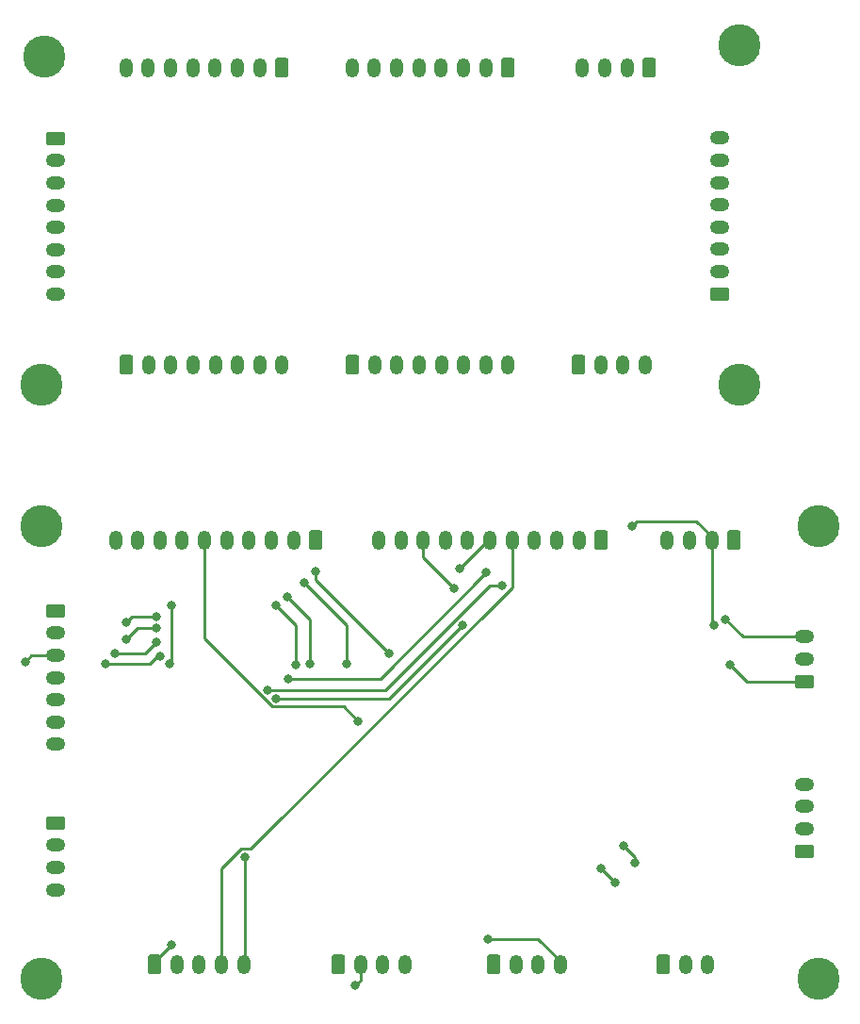
<source format=gbr>
G04 #@! TF.GenerationSoftware,KiCad,Pcbnew,(5.1.2-1)-1*
G04 #@! TF.CreationDate,2019-08-26T08:27:29+10:00*
G04 #@! TF.ProjectId,Bus,4275732e-6b69-4636-9164-5f7063625858,rev?*
G04 #@! TF.SameCoordinates,Original*
G04 #@! TF.FileFunction,Copper,L2,Bot*
G04 #@! TF.FilePolarity,Positive*
%FSLAX46Y46*%
G04 Gerber Fmt 4.6, Leading zero omitted, Abs format (unit mm)*
G04 Created by KiCad (PCBNEW (5.1.2-1)-1) date 2019-08-26 08:27:29*
%MOMM*%
%LPD*%
G04 APERTURE LIST*
%ADD10O,1.200000X1.750000*%
%ADD11C,0.100000*%
%ADD12C,1.200000*%
%ADD13C,3.790000*%
%ADD14O,1.750000X1.200000*%
%ADD15C,0.800000*%
%ADD16C,0.250000*%
G04 APERTURE END LIST*
D10*
X131130000Y-92202000D03*
X133130000Y-92202000D03*
X135130000Y-92202000D03*
X137130000Y-92202000D03*
X139130000Y-92202000D03*
X141130000Y-92202000D03*
X143130000Y-92202000D03*
X145130000Y-92202000D03*
X147130000Y-92202000D03*
X149130000Y-92202000D03*
D11*
G36*
X151504505Y-91328204D02*
G01*
X151528773Y-91331804D01*
X151552572Y-91337765D01*
X151575671Y-91346030D01*
X151597850Y-91356520D01*
X151618893Y-91369132D01*
X151638599Y-91383747D01*
X151656777Y-91400223D01*
X151673253Y-91418401D01*
X151687868Y-91438107D01*
X151700480Y-91459150D01*
X151710970Y-91481329D01*
X151719235Y-91504428D01*
X151725196Y-91528227D01*
X151728796Y-91552495D01*
X151730000Y-91576999D01*
X151730000Y-92827001D01*
X151728796Y-92851505D01*
X151725196Y-92875773D01*
X151719235Y-92899572D01*
X151710970Y-92922671D01*
X151700480Y-92944850D01*
X151687868Y-92965893D01*
X151673253Y-92985599D01*
X151656777Y-93003777D01*
X151638599Y-93020253D01*
X151618893Y-93034868D01*
X151597850Y-93047480D01*
X151575671Y-93057970D01*
X151552572Y-93066235D01*
X151528773Y-93072196D01*
X151504505Y-93075796D01*
X151480001Y-93077000D01*
X150779999Y-93077000D01*
X150755495Y-93075796D01*
X150731227Y-93072196D01*
X150707428Y-93066235D01*
X150684329Y-93057970D01*
X150662150Y-93047480D01*
X150641107Y-93034868D01*
X150621401Y-93020253D01*
X150603223Y-93003777D01*
X150586747Y-92985599D01*
X150572132Y-92965893D01*
X150559520Y-92944850D01*
X150549030Y-92922671D01*
X150540765Y-92899572D01*
X150534804Y-92875773D01*
X150531204Y-92851505D01*
X150530000Y-92827001D01*
X150530000Y-91576999D01*
X150531204Y-91552495D01*
X150534804Y-91528227D01*
X150540765Y-91504428D01*
X150549030Y-91481329D01*
X150559520Y-91459150D01*
X150572132Y-91438107D01*
X150586747Y-91418401D01*
X150603223Y-91400223D01*
X150621401Y-91383747D01*
X150641107Y-91369132D01*
X150662150Y-91356520D01*
X150684329Y-91346030D01*
X150707428Y-91337765D01*
X150731227Y-91331804D01*
X150755495Y-91328204D01*
X150779999Y-91327000D01*
X151480001Y-91327000D01*
X151504505Y-91328204D01*
X151504505Y-91328204D01*
G37*
D12*
X151130000Y-92202000D03*
D13*
X100838000Y-78232000D03*
X163576000Y-78232000D03*
X170688000Y-131572000D03*
X100838000Y-131572000D03*
X170688000Y-90932000D03*
X100838000Y-90932000D03*
X101092000Y-48768000D03*
X163576000Y-47752000D03*
D10*
X122458000Y-76454000D03*
X120458000Y-76454000D03*
X118458000Y-76454000D03*
X116458000Y-76454000D03*
X114458000Y-76454000D03*
X112458000Y-76454000D03*
X110458000Y-76454000D03*
D11*
G36*
X108832505Y-75580204D02*
G01*
X108856773Y-75583804D01*
X108880572Y-75589765D01*
X108903671Y-75598030D01*
X108925850Y-75608520D01*
X108946893Y-75621132D01*
X108966599Y-75635747D01*
X108984777Y-75652223D01*
X109001253Y-75670401D01*
X109015868Y-75690107D01*
X109028480Y-75711150D01*
X109038970Y-75733329D01*
X109047235Y-75756428D01*
X109053196Y-75780227D01*
X109056796Y-75804495D01*
X109058000Y-75828999D01*
X109058000Y-77079001D01*
X109056796Y-77103505D01*
X109053196Y-77127773D01*
X109047235Y-77151572D01*
X109038970Y-77174671D01*
X109028480Y-77196850D01*
X109015868Y-77217893D01*
X109001253Y-77237599D01*
X108984777Y-77255777D01*
X108966599Y-77272253D01*
X108946893Y-77286868D01*
X108925850Y-77299480D01*
X108903671Y-77309970D01*
X108880572Y-77318235D01*
X108856773Y-77324196D01*
X108832505Y-77327796D01*
X108808001Y-77329000D01*
X108107999Y-77329000D01*
X108083495Y-77327796D01*
X108059227Y-77324196D01*
X108035428Y-77318235D01*
X108012329Y-77309970D01*
X107990150Y-77299480D01*
X107969107Y-77286868D01*
X107949401Y-77272253D01*
X107931223Y-77255777D01*
X107914747Y-77237599D01*
X107900132Y-77217893D01*
X107887520Y-77196850D01*
X107877030Y-77174671D01*
X107868765Y-77151572D01*
X107862804Y-77127773D01*
X107859204Y-77103505D01*
X107858000Y-77079001D01*
X107858000Y-75828999D01*
X107859204Y-75804495D01*
X107862804Y-75780227D01*
X107868765Y-75756428D01*
X107877030Y-75733329D01*
X107887520Y-75711150D01*
X107900132Y-75690107D01*
X107914747Y-75670401D01*
X107931223Y-75652223D01*
X107949401Y-75635747D01*
X107969107Y-75621132D01*
X107990150Y-75608520D01*
X108012329Y-75598030D01*
X108035428Y-75589765D01*
X108059227Y-75583804D01*
X108083495Y-75580204D01*
X108107999Y-75579000D01*
X108808001Y-75579000D01*
X108832505Y-75580204D01*
X108832505Y-75580204D01*
G37*
D12*
X108458000Y-76454000D03*
D14*
X102108000Y-110552000D03*
X102108000Y-108552000D03*
X102108000Y-106552000D03*
X102108000Y-104552000D03*
X102108000Y-102552000D03*
X102108000Y-100552000D03*
D11*
G36*
X102757505Y-97953204D02*
G01*
X102781773Y-97956804D01*
X102805572Y-97962765D01*
X102828671Y-97971030D01*
X102850850Y-97981520D01*
X102871893Y-97994132D01*
X102891599Y-98008747D01*
X102909777Y-98025223D01*
X102926253Y-98043401D01*
X102940868Y-98063107D01*
X102953480Y-98084150D01*
X102963970Y-98106329D01*
X102972235Y-98129428D01*
X102978196Y-98153227D01*
X102981796Y-98177495D01*
X102983000Y-98201999D01*
X102983000Y-98902001D01*
X102981796Y-98926505D01*
X102978196Y-98950773D01*
X102972235Y-98974572D01*
X102963970Y-98997671D01*
X102953480Y-99019850D01*
X102940868Y-99040893D01*
X102926253Y-99060599D01*
X102909777Y-99078777D01*
X102891599Y-99095253D01*
X102871893Y-99109868D01*
X102850850Y-99122480D01*
X102828671Y-99132970D01*
X102805572Y-99141235D01*
X102781773Y-99147196D01*
X102757505Y-99150796D01*
X102733001Y-99152000D01*
X101482999Y-99152000D01*
X101458495Y-99150796D01*
X101434227Y-99147196D01*
X101410428Y-99141235D01*
X101387329Y-99132970D01*
X101365150Y-99122480D01*
X101344107Y-99109868D01*
X101324401Y-99095253D01*
X101306223Y-99078777D01*
X101289747Y-99060599D01*
X101275132Y-99040893D01*
X101262520Y-99019850D01*
X101252030Y-98997671D01*
X101243765Y-98974572D01*
X101237804Y-98950773D01*
X101234204Y-98926505D01*
X101233000Y-98902001D01*
X101233000Y-98201999D01*
X101234204Y-98177495D01*
X101237804Y-98153227D01*
X101243765Y-98129428D01*
X101252030Y-98106329D01*
X101262520Y-98084150D01*
X101275132Y-98063107D01*
X101289747Y-98043401D01*
X101306223Y-98025223D01*
X101324401Y-98008747D01*
X101344107Y-97994132D01*
X101365150Y-97981520D01*
X101387329Y-97971030D01*
X101410428Y-97962765D01*
X101434227Y-97956804D01*
X101458495Y-97953204D01*
X101482999Y-97952000D01*
X102733001Y-97952000D01*
X102757505Y-97953204D01*
X102757505Y-97953204D01*
G37*
D12*
X102108000Y-98552000D03*
D10*
X107476000Y-92202000D03*
X109476000Y-92202000D03*
X111476000Y-92202000D03*
X113476000Y-92202000D03*
X115476000Y-92202000D03*
X117476000Y-92202000D03*
X119476000Y-92202000D03*
X121476000Y-92202000D03*
X123476000Y-92202000D03*
D11*
G36*
X125850505Y-91328204D02*
G01*
X125874773Y-91331804D01*
X125898572Y-91337765D01*
X125921671Y-91346030D01*
X125943850Y-91356520D01*
X125964893Y-91369132D01*
X125984599Y-91383747D01*
X126002777Y-91400223D01*
X126019253Y-91418401D01*
X126033868Y-91438107D01*
X126046480Y-91459150D01*
X126056970Y-91481329D01*
X126065235Y-91504428D01*
X126071196Y-91528227D01*
X126074796Y-91552495D01*
X126076000Y-91576999D01*
X126076000Y-92827001D01*
X126074796Y-92851505D01*
X126071196Y-92875773D01*
X126065235Y-92899572D01*
X126056970Y-92922671D01*
X126046480Y-92944850D01*
X126033868Y-92965893D01*
X126019253Y-92985599D01*
X126002777Y-93003777D01*
X125984599Y-93020253D01*
X125964893Y-93034868D01*
X125943850Y-93047480D01*
X125921671Y-93057970D01*
X125898572Y-93066235D01*
X125874773Y-93072196D01*
X125850505Y-93075796D01*
X125826001Y-93077000D01*
X125125999Y-93077000D01*
X125101495Y-93075796D01*
X125077227Y-93072196D01*
X125053428Y-93066235D01*
X125030329Y-93057970D01*
X125008150Y-93047480D01*
X124987107Y-93034868D01*
X124967401Y-93020253D01*
X124949223Y-93003777D01*
X124932747Y-92985599D01*
X124918132Y-92965893D01*
X124905520Y-92944850D01*
X124895030Y-92922671D01*
X124886765Y-92899572D01*
X124880804Y-92875773D01*
X124877204Y-92851505D01*
X124876000Y-92827001D01*
X124876000Y-91576999D01*
X124877204Y-91552495D01*
X124880804Y-91528227D01*
X124886765Y-91504428D01*
X124895030Y-91481329D01*
X124905520Y-91459150D01*
X124918132Y-91438107D01*
X124932747Y-91418401D01*
X124949223Y-91400223D01*
X124967401Y-91383747D01*
X124987107Y-91369132D01*
X125008150Y-91356520D01*
X125030329Y-91346030D01*
X125053428Y-91337765D01*
X125077227Y-91331804D01*
X125101495Y-91328204D01*
X125125999Y-91327000D01*
X125826001Y-91327000D01*
X125850505Y-91328204D01*
X125850505Y-91328204D01*
G37*
D12*
X125476000Y-92202000D03*
D11*
G36*
X157092505Y-129428204D02*
G01*
X157116773Y-129431804D01*
X157140572Y-129437765D01*
X157163671Y-129446030D01*
X157185850Y-129456520D01*
X157206893Y-129469132D01*
X157226599Y-129483747D01*
X157244777Y-129500223D01*
X157261253Y-129518401D01*
X157275868Y-129538107D01*
X157288480Y-129559150D01*
X157298970Y-129581329D01*
X157307235Y-129604428D01*
X157313196Y-129628227D01*
X157316796Y-129652495D01*
X157318000Y-129676999D01*
X157318000Y-130927001D01*
X157316796Y-130951505D01*
X157313196Y-130975773D01*
X157307235Y-130999572D01*
X157298970Y-131022671D01*
X157288480Y-131044850D01*
X157275868Y-131065893D01*
X157261253Y-131085599D01*
X157244777Y-131103777D01*
X157226599Y-131120253D01*
X157206893Y-131134868D01*
X157185850Y-131147480D01*
X157163671Y-131157970D01*
X157140572Y-131166235D01*
X157116773Y-131172196D01*
X157092505Y-131175796D01*
X157068001Y-131177000D01*
X156367999Y-131177000D01*
X156343495Y-131175796D01*
X156319227Y-131172196D01*
X156295428Y-131166235D01*
X156272329Y-131157970D01*
X156250150Y-131147480D01*
X156229107Y-131134868D01*
X156209401Y-131120253D01*
X156191223Y-131103777D01*
X156174747Y-131085599D01*
X156160132Y-131065893D01*
X156147520Y-131044850D01*
X156137030Y-131022671D01*
X156128765Y-130999572D01*
X156122804Y-130975773D01*
X156119204Y-130951505D01*
X156118000Y-130927001D01*
X156118000Y-129676999D01*
X156119204Y-129652495D01*
X156122804Y-129628227D01*
X156128765Y-129604428D01*
X156137030Y-129581329D01*
X156147520Y-129559150D01*
X156160132Y-129538107D01*
X156174747Y-129518401D01*
X156191223Y-129500223D01*
X156209401Y-129483747D01*
X156229107Y-129469132D01*
X156250150Y-129456520D01*
X156272329Y-129446030D01*
X156295428Y-129437765D01*
X156319227Y-129431804D01*
X156343495Y-129428204D01*
X156367999Y-129427000D01*
X157068001Y-129427000D01*
X157092505Y-129428204D01*
X157092505Y-129428204D01*
G37*
D12*
X156718000Y-130302000D03*
D10*
X158718000Y-130302000D03*
X160718000Y-130302000D03*
D11*
G36*
X129152505Y-75580204D02*
G01*
X129176773Y-75583804D01*
X129200572Y-75589765D01*
X129223671Y-75598030D01*
X129245850Y-75608520D01*
X129266893Y-75621132D01*
X129286599Y-75635747D01*
X129304777Y-75652223D01*
X129321253Y-75670401D01*
X129335868Y-75690107D01*
X129348480Y-75711150D01*
X129358970Y-75733329D01*
X129367235Y-75756428D01*
X129373196Y-75780227D01*
X129376796Y-75804495D01*
X129378000Y-75828999D01*
X129378000Y-77079001D01*
X129376796Y-77103505D01*
X129373196Y-77127773D01*
X129367235Y-77151572D01*
X129358970Y-77174671D01*
X129348480Y-77196850D01*
X129335868Y-77217893D01*
X129321253Y-77237599D01*
X129304777Y-77255777D01*
X129286599Y-77272253D01*
X129266893Y-77286868D01*
X129245850Y-77299480D01*
X129223671Y-77309970D01*
X129200572Y-77318235D01*
X129176773Y-77324196D01*
X129152505Y-77327796D01*
X129128001Y-77329000D01*
X128427999Y-77329000D01*
X128403495Y-77327796D01*
X128379227Y-77324196D01*
X128355428Y-77318235D01*
X128332329Y-77309970D01*
X128310150Y-77299480D01*
X128289107Y-77286868D01*
X128269401Y-77272253D01*
X128251223Y-77255777D01*
X128234747Y-77237599D01*
X128220132Y-77217893D01*
X128207520Y-77196850D01*
X128197030Y-77174671D01*
X128188765Y-77151572D01*
X128182804Y-77127773D01*
X128179204Y-77103505D01*
X128178000Y-77079001D01*
X128178000Y-75828999D01*
X128179204Y-75804495D01*
X128182804Y-75780227D01*
X128188765Y-75756428D01*
X128197030Y-75733329D01*
X128207520Y-75711150D01*
X128220132Y-75690107D01*
X128234747Y-75670401D01*
X128251223Y-75652223D01*
X128269401Y-75635747D01*
X128289107Y-75621132D01*
X128310150Y-75608520D01*
X128332329Y-75598030D01*
X128355428Y-75589765D01*
X128379227Y-75583804D01*
X128403495Y-75580204D01*
X128427999Y-75579000D01*
X129128001Y-75579000D01*
X129152505Y-75580204D01*
X129152505Y-75580204D01*
G37*
D12*
X128778000Y-76454000D03*
D10*
X130778000Y-76454000D03*
X132778000Y-76454000D03*
X134778000Y-76454000D03*
X136778000Y-76454000D03*
X138778000Y-76454000D03*
X140778000Y-76454000D03*
X142778000Y-76454000D03*
D14*
X169418000Y-100902000D03*
X169418000Y-102902000D03*
D11*
G36*
X170067505Y-104303204D02*
G01*
X170091773Y-104306804D01*
X170115572Y-104312765D01*
X170138671Y-104321030D01*
X170160850Y-104331520D01*
X170181893Y-104344132D01*
X170201599Y-104358747D01*
X170219777Y-104375223D01*
X170236253Y-104393401D01*
X170250868Y-104413107D01*
X170263480Y-104434150D01*
X170273970Y-104456329D01*
X170282235Y-104479428D01*
X170288196Y-104503227D01*
X170291796Y-104527495D01*
X170293000Y-104551999D01*
X170293000Y-105252001D01*
X170291796Y-105276505D01*
X170288196Y-105300773D01*
X170282235Y-105324572D01*
X170273970Y-105347671D01*
X170263480Y-105369850D01*
X170250868Y-105390893D01*
X170236253Y-105410599D01*
X170219777Y-105428777D01*
X170201599Y-105445253D01*
X170181893Y-105459868D01*
X170160850Y-105472480D01*
X170138671Y-105482970D01*
X170115572Y-105491235D01*
X170091773Y-105497196D01*
X170067505Y-105500796D01*
X170043001Y-105502000D01*
X168792999Y-105502000D01*
X168768495Y-105500796D01*
X168744227Y-105497196D01*
X168720428Y-105491235D01*
X168697329Y-105482970D01*
X168675150Y-105472480D01*
X168654107Y-105459868D01*
X168634401Y-105445253D01*
X168616223Y-105428777D01*
X168599747Y-105410599D01*
X168585132Y-105390893D01*
X168572520Y-105369850D01*
X168562030Y-105347671D01*
X168553765Y-105324572D01*
X168547804Y-105300773D01*
X168544204Y-105276505D01*
X168543000Y-105252001D01*
X168543000Y-104551999D01*
X168544204Y-104527495D01*
X168547804Y-104503227D01*
X168553765Y-104479428D01*
X168562030Y-104456329D01*
X168572520Y-104434150D01*
X168585132Y-104413107D01*
X168599747Y-104393401D01*
X168616223Y-104375223D01*
X168634401Y-104358747D01*
X168654107Y-104344132D01*
X168675150Y-104331520D01*
X168697329Y-104321030D01*
X168720428Y-104312765D01*
X168744227Y-104306804D01*
X168768495Y-104303204D01*
X168792999Y-104302000D01*
X170043001Y-104302000D01*
X170067505Y-104303204D01*
X170067505Y-104303204D01*
G37*
D12*
X169418000Y-104902000D03*
D14*
X161798000Y-56104000D03*
X161798000Y-58104000D03*
X161798000Y-60104000D03*
X161798000Y-62104000D03*
X161798000Y-64104000D03*
X161798000Y-66104000D03*
X161798000Y-68104000D03*
D11*
G36*
X162447505Y-69505204D02*
G01*
X162471773Y-69508804D01*
X162495572Y-69514765D01*
X162518671Y-69523030D01*
X162540850Y-69533520D01*
X162561893Y-69546132D01*
X162581599Y-69560747D01*
X162599777Y-69577223D01*
X162616253Y-69595401D01*
X162630868Y-69615107D01*
X162643480Y-69636150D01*
X162653970Y-69658329D01*
X162662235Y-69681428D01*
X162668196Y-69705227D01*
X162671796Y-69729495D01*
X162673000Y-69753999D01*
X162673000Y-70454001D01*
X162671796Y-70478505D01*
X162668196Y-70502773D01*
X162662235Y-70526572D01*
X162653970Y-70549671D01*
X162643480Y-70571850D01*
X162630868Y-70592893D01*
X162616253Y-70612599D01*
X162599777Y-70630777D01*
X162581599Y-70647253D01*
X162561893Y-70661868D01*
X162540850Y-70674480D01*
X162518671Y-70684970D01*
X162495572Y-70693235D01*
X162471773Y-70699196D01*
X162447505Y-70702796D01*
X162423001Y-70704000D01*
X161172999Y-70704000D01*
X161148495Y-70702796D01*
X161124227Y-70699196D01*
X161100428Y-70693235D01*
X161077329Y-70684970D01*
X161055150Y-70674480D01*
X161034107Y-70661868D01*
X161014401Y-70647253D01*
X160996223Y-70630777D01*
X160979747Y-70612599D01*
X160965132Y-70592893D01*
X160952520Y-70571850D01*
X160942030Y-70549671D01*
X160933765Y-70526572D01*
X160927804Y-70502773D01*
X160924204Y-70478505D01*
X160923000Y-70454001D01*
X160923000Y-69753999D01*
X160924204Y-69729495D01*
X160927804Y-69705227D01*
X160933765Y-69681428D01*
X160942030Y-69658329D01*
X160952520Y-69636150D01*
X160965132Y-69615107D01*
X160979747Y-69595401D01*
X160996223Y-69577223D01*
X161014401Y-69560747D01*
X161034107Y-69546132D01*
X161055150Y-69533520D01*
X161077329Y-69523030D01*
X161100428Y-69514765D01*
X161124227Y-69508804D01*
X161148495Y-69505204D01*
X161172999Y-69504000D01*
X162423001Y-69504000D01*
X162447505Y-69505204D01*
X162447505Y-69505204D01*
G37*
D12*
X161798000Y-70104000D03*
D11*
G36*
X141852505Y-129428204D02*
G01*
X141876773Y-129431804D01*
X141900572Y-129437765D01*
X141923671Y-129446030D01*
X141945850Y-129456520D01*
X141966893Y-129469132D01*
X141986599Y-129483747D01*
X142004777Y-129500223D01*
X142021253Y-129518401D01*
X142035868Y-129538107D01*
X142048480Y-129559150D01*
X142058970Y-129581329D01*
X142067235Y-129604428D01*
X142073196Y-129628227D01*
X142076796Y-129652495D01*
X142078000Y-129676999D01*
X142078000Y-130927001D01*
X142076796Y-130951505D01*
X142073196Y-130975773D01*
X142067235Y-130999572D01*
X142058970Y-131022671D01*
X142048480Y-131044850D01*
X142035868Y-131065893D01*
X142021253Y-131085599D01*
X142004777Y-131103777D01*
X141986599Y-131120253D01*
X141966893Y-131134868D01*
X141945850Y-131147480D01*
X141923671Y-131157970D01*
X141900572Y-131166235D01*
X141876773Y-131172196D01*
X141852505Y-131175796D01*
X141828001Y-131177000D01*
X141127999Y-131177000D01*
X141103495Y-131175796D01*
X141079227Y-131172196D01*
X141055428Y-131166235D01*
X141032329Y-131157970D01*
X141010150Y-131147480D01*
X140989107Y-131134868D01*
X140969401Y-131120253D01*
X140951223Y-131103777D01*
X140934747Y-131085599D01*
X140920132Y-131065893D01*
X140907520Y-131044850D01*
X140897030Y-131022671D01*
X140888765Y-130999572D01*
X140882804Y-130975773D01*
X140879204Y-130951505D01*
X140878000Y-130927001D01*
X140878000Y-129676999D01*
X140879204Y-129652495D01*
X140882804Y-129628227D01*
X140888765Y-129604428D01*
X140897030Y-129581329D01*
X140907520Y-129559150D01*
X140920132Y-129538107D01*
X140934747Y-129518401D01*
X140951223Y-129500223D01*
X140969401Y-129483747D01*
X140989107Y-129469132D01*
X141010150Y-129456520D01*
X141032329Y-129446030D01*
X141055428Y-129437765D01*
X141079227Y-129431804D01*
X141103495Y-129428204D01*
X141127999Y-129427000D01*
X141828001Y-129427000D01*
X141852505Y-129428204D01*
X141852505Y-129428204D01*
G37*
D12*
X141478000Y-130302000D03*
D10*
X143478000Y-130302000D03*
X145478000Y-130302000D03*
X147478000Y-130302000D03*
D14*
X102108000Y-70134000D03*
X102108000Y-68134000D03*
X102108000Y-66134000D03*
X102108000Y-64134000D03*
X102108000Y-62134000D03*
X102108000Y-60134000D03*
X102108000Y-58134000D03*
D11*
G36*
X102757505Y-55535204D02*
G01*
X102781773Y-55538804D01*
X102805572Y-55544765D01*
X102828671Y-55553030D01*
X102850850Y-55563520D01*
X102871893Y-55576132D01*
X102891599Y-55590747D01*
X102909777Y-55607223D01*
X102926253Y-55625401D01*
X102940868Y-55645107D01*
X102953480Y-55666150D01*
X102963970Y-55688329D01*
X102972235Y-55711428D01*
X102978196Y-55735227D01*
X102981796Y-55759495D01*
X102983000Y-55783999D01*
X102983000Y-56484001D01*
X102981796Y-56508505D01*
X102978196Y-56532773D01*
X102972235Y-56556572D01*
X102963970Y-56579671D01*
X102953480Y-56601850D01*
X102940868Y-56622893D01*
X102926253Y-56642599D01*
X102909777Y-56660777D01*
X102891599Y-56677253D01*
X102871893Y-56691868D01*
X102850850Y-56704480D01*
X102828671Y-56714970D01*
X102805572Y-56723235D01*
X102781773Y-56729196D01*
X102757505Y-56732796D01*
X102733001Y-56734000D01*
X101482999Y-56734000D01*
X101458495Y-56732796D01*
X101434227Y-56729196D01*
X101410428Y-56723235D01*
X101387329Y-56714970D01*
X101365150Y-56704480D01*
X101344107Y-56691868D01*
X101324401Y-56677253D01*
X101306223Y-56660777D01*
X101289747Y-56642599D01*
X101275132Y-56622893D01*
X101262520Y-56601850D01*
X101252030Y-56579671D01*
X101243765Y-56556572D01*
X101237804Y-56532773D01*
X101234204Y-56508505D01*
X101233000Y-56484001D01*
X101233000Y-55783999D01*
X101234204Y-55759495D01*
X101237804Y-55735227D01*
X101243765Y-55711428D01*
X101252030Y-55688329D01*
X101262520Y-55666150D01*
X101275132Y-55645107D01*
X101289747Y-55625401D01*
X101306223Y-55607223D01*
X101324401Y-55590747D01*
X101344107Y-55576132D01*
X101365150Y-55563520D01*
X101387329Y-55553030D01*
X101410428Y-55544765D01*
X101434227Y-55538804D01*
X101458495Y-55535204D01*
X101482999Y-55534000D01*
X102733001Y-55534000D01*
X102757505Y-55535204D01*
X102757505Y-55535204D01*
G37*
D12*
X102108000Y-56134000D03*
D11*
G36*
X163442505Y-91328204D02*
G01*
X163466773Y-91331804D01*
X163490572Y-91337765D01*
X163513671Y-91346030D01*
X163535850Y-91356520D01*
X163556893Y-91369132D01*
X163576599Y-91383747D01*
X163594777Y-91400223D01*
X163611253Y-91418401D01*
X163625868Y-91438107D01*
X163638480Y-91459150D01*
X163648970Y-91481329D01*
X163657235Y-91504428D01*
X163663196Y-91528227D01*
X163666796Y-91552495D01*
X163668000Y-91576999D01*
X163668000Y-92827001D01*
X163666796Y-92851505D01*
X163663196Y-92875773D01*
X163657235Y-92899572D01*
X163648970Y-92922671D01*
X163638480Y-92944850D01*
X163625868Y-92965893D01*
X163611253Y-92985599D01*
X163594777Y-93003777D01*
X163576599Y-93020253D01*
X163556893Y-93034868D01*
X163535850Y-93047480D01*
X163513671Y-93057970D01*
X163490572Y-93066235D01*
X163466773Y-93072196D01*
X163442505Y-93075796D01*
X163418001Y-93077000D01*
X162717999Y-93077000D01*
X162693495Y-93075796D01*
X162669227Y-93072196D01*
X162645428Y-93066235D01*
X162622329Y-93057970D01*
X162600150Y-93047480D01*
X162579107Y-93034868D01*
X162559401Y-93020253D01*
X162541223Y-93003777D01*
X162524747Y-92985599D01*
X162510132Y-92965893D01*
X162497520Y-92944850D01*
X162487030Y-92922671D01*
X162478765Y-92899572D01*
X162472804Y-92875773D01*
X162469204Y-92851505D01*
X162468000Y-92827001D01*
X162468000Y-91576999D01*
X162469204Y-91552495D01*
X162472804Y-91528227D01*
X162478765Y-91504428D01*
X162487030Y-91481329D01*
X162497520Y-91459150D01*
X162510132Y-91438107D01*
X162524747Y-91418401D01*
X162541223Y-91400223D01*
X162559401Y-91383747D01*
X162579107Y-91369132D01*
X162600150Y-91356520D01*
X162622329Y-91346030D01*
X162645428Y-91337765D01*
X162669227Y-91331804D01*
X162693495Y-91328204D01*
X162717999Y-91327000D01*
X163418001Y-91327000D01*
X163442505Y-91328204D01*
X163442505Y-91328204D01*
G37*
D12*
X163068000Y-92202000D03*
D10*
X161068000Y-92202000D03*
X159068000Y-92202000D03*
X157068000Y-92202000D03*
D14*
X102108000Y-123602000D03*
X102108000Y-121602000D03*
X102108000Y-119602000D03*
D11*
G36*
X102757505Y-117003204D02*
G01*
X102781773Y-117006804D01*
X102805572Y-117012765D01*
X102828671Y-117021030D01*
X102850850Y-117031520D01*
X102871893Y-117044132D01*
X102891599Y-117058747D01*
X102909777Y-117075223D01*
X102926253Y-117093401D01*
X102940868Y-117113107D01*
X102953480Y-117134150D01*
X102963970Y-117156329D01*
X102972235Y-117179428D01*
X102978196Y-117203227D01*
X102981796Y-117227495D01*
X102983000Y-117251999D01*
X102983000Y-117952001D01*
X102981796Y-117976505D01*
X102978196Y-118000773D01*
X102972235Y-118024572D01*
X102963970Y-118047671D01*
X102953480Y-118069850D01*
X102940868Y-118090893D01*
X102926253Y-118110599D01*
X102909777Y-118128777D01*
X102891599Y-118145253D01*
X102871893Y-118159868D01*
X102850850Y-118172480D01*
X102828671Y-118182970D01*
X102805572Y-118191235D01*
X102781773Y-118197196D01*
X102757505Y-118200796D01*
X102733001Y-118202000D01*
X101482999Y-118202000D01*
X101458495Y-118200796D01*
X101434227Y-118197196D01*
X101410428Y-118191235D01*
X101387329Y-118182970D01*
X101365150Y-118172480D01*
X101344107Y-118159868D01*
X101324401Y-118145253D01*
X101306223Y-118128777D01*
X101289747Y-118110599D01*
X101275132Y-118090893D01*
X101262520Y-118069850D01*
X101252030Y-118047671D01*
X101243765Y-118024572D01*
X101237804Y-118000773D01*
X101234204Y-117976505D01*
X101233000Y-117952001D01*
X101233000Y-117251999D01*
X101234204Y-117227495D01*
X101237804Y-117203227D01*
X101243765Y-117179428D01*
X101252030Y-117156329D01*
X101262520Y-117134150D01*
X101275132Y-117113107D01*
X101289747Y-117093401D01*
X101306223Y-117075223D01*
X101324401Y-117058747D01*
X101344107Y-117044132D01*
X101365150Y-117031520D01*
X101387329Y-117021030D01*
X101410428Y-117012765D01*
X101434227Y-117006804D01*
X101458495Y-117003204D01*
X101482999Y-117002000D01*
X102733001Y-117002000D01*
X102757505Y-117003204D01*
X102757505Y-117003204D01*
G37*
D12*
X102108000Y-117602000D03*
D10*
X155098000Y-76454000D03*
X153098000Y-76454000D03*
X151098000Y-76454000D03*
D11*
G36*
X149472505Y-75580204D02*
G01*
X149496773Y-75583804D01*
X149520572Y-75589765D01*
X149543671Y-75598030D01*
X149565850Y-75608520D01*
X149586893Y-75621132D01*
X149606599Y-75635747D01*
X149624777Y-75652223D01*
X149641253Y-75670401D01*
X149655868Y-75690107D01*
X149668480Y-75711150D01*
X149678970Y-75733329D01*
X149687235Y-75756428D01*
X149693196Y-75780227D01*
X149696796Y-75804495D01*
X149698000Y-75828999D01*
X149698000Y-77079001D01*
X149696796Y-77103505D01*
X149693196Y-77127773D01*
X149687235Y-77151572D01*
X149678970Y-77174671D01*
X149668480Y-77196850D01*
X149655868Y-77217893D01*
X149641253Y-77237599D01*
X149624777Y-77255777D01*
X149606599Y-77272253D01*
X149586893Y-77286868D01*
X149565850Y-77299480D01*
X149543671Y-77309970D01*
X149520572Y-77318235D01*
X149496773Y-77324196D01*
X149472505Y-77327796D01*
X149448001Y-77329000D01*
X148747999Y-77329000D01*
X148723495Y-77327796D01*
X148699227Y-77324196D01*
X148675428Y-77318235D01*
X148652329Y-77309970D01*
X148630150Y-77299480D01*
X148609107Y-77286868D01*
X148589401Y-77272253D01*
X148571223Y-77255777D01*
X148554747Y-77237599D01*
X148540132Y-77217893D01*
X148527520Y-77196850D01*
X148517030Y-77174671D01*
X148508765Y-77151572D01*
X148502804Y-77127773D01*
X148499204Y-77103505D01*
X148498000Y-77079001D01*
X148498000Y-75828999D01*
X148499204Y-75804495D01*
X148502804Y-75780227D01*
X148508765Y-75756428D01*
X148517030Y-75733329D01*
X148527520Y-75711150D01*
X148540132Y-75690107D01*
X148554747Y-75670401D01*
X148571223Y-75652223D01*
X148589401Y-75635747D01*
X148609107Y-75621132D01*
X148630150Y-75608520D01*
X148652329Y-75598030D01*
X148675428Y-75589765D01*
X148699227Y-75583804D01*
X148723495Y-75580204D01*
X148747999Y-75579000D01*
X149448001Y-75579000D01*
X149472505Y-75580204D01*
X149472505Y-75580204D01*
G37*
D12*
X149098000Y-76454000D03*
D10*
X128748000Y-49784000D03*
X130748000Y-49784000D03*
X132748000Y-49784000D03*
X134748000Y-49784000D03*
X136748000Y-49784000D03*
X138748000Y-49784000D03*
X140748000Y-49784000D03*
D11*
G36*
X143122505Y-48910204D02*
G01*
X143146773Y-48913804D01*
X143170572Y-48919765D01*
X143193671Y-48928030D01*
X143215850Y-48938520D01*
X143236893Y-48951132D01*
X143256599Y-48965747D01*
X143274777Y-48982223D01*
X143291253Y-49000401D01*
X143305868Y-49020107D01*
X143318480Y-49041150D01*
X143328970Y-49063329D01*
X143337235Y-49086428D01*
X143343196Y-49110227D01*
X143346796Y-49134495D01*
X143348000Y-49158999D01*
X143348000Y-50409001D01*
X143346796Y-50433505D01*
X143343196Y-50457773D01*
X143337235Y-50481572D01*
X143328970Y-50504671D01*
X143318480Y-50526850D01*
X143305868Y-50547893D01*
X143291253Y-50567599D01*
X143274777Y-50585777D01*
X143256599Y-50602253D01*
X143236893Y-50616868D01*
X143215850Y-50629480D01*
X143193671Y-50639970D01*
X143170572Y-50648235D01*
X143146773Y-50654196D01*
X143122505Y-50657796D01*
X143098001Y-50659000D01*
X142397999Y-50659000D01*
X142373495Y-50657796D01*
X142349227Y-50654196D01*
X142325428Y-50648235D01*
X142302329Y-50639970D01*
X142280150Y-50629480D01*
X142259107Y-50616868D01*
X142239401Y-50602253D01*
X142221223Y-50585777D01*
X142204747Y-50567599D01*
X142190132Y-50547893D01*
X142177520Y-50526850D01*
X142167030Y-50504671D01*
X142158765Y-50481572D01*
X142152804Y-50457773D01*
X142149204Y-50433505D01*
X142148000Y-50409001D01*
X142148000Y-49158999D01*
X142149204Y-49134495D01*
X142152804Y-49110227D01*
X142158765Y-49086428D01*
X142167030Y-49063329D01*
X142177520Y-49041150D01*
X142190132Y-49020107D01*
X142204747Y-49000401D01*
X142221223Y-48982223D01*
X142239401Y-48965747D01*
X142259107Y-48951132D01*
X142280150Y-48938520D01*
X142302329Y-48928030D01*
X142325428Y-48919765D01*
X142349227Y-48913804D01*
X142373495Y-48910204D01*
X142397999Y-48909000D01*
X143098001Y-48909000D01*
X143122505Y-48910204D01*
X143122505Y-48910204D01*
G37*
D12*
X142748000Y-49784000D03*
D14*
X169418000Y-114142000D03*
X169418000Y-116142000D03*
X169418000Y-118142000D03*
D11*
G36*
X170067505Y-119543204D02*
G01*
X170091773Y-119546804D01*
X170115572Y-119552765D01*
X170138671Y-119561030D01*
X170160850Y-119571520D01*
X170181893Y-119584132D01*
X170201599Y-119598747D01*
X170219777Y-119615223D01*
X170236253Y-119633401D01*
X170250868Y-119653107D01*
X170263480Y-119674150D01*
X170273970Y-119696329D01*
X170282235Y-119719428D01*
X170288196Y-119743227D01*
X170291796Y-119767495D01*
X170293000Y-119791999D01*
X170293000Y-120492001D01*
X170291796Y-120516505D01*
X170288196Y-120540773D01*
X170282235Y-120564572D01*
X170273970Y-120587671D01*
X170263480Y-120609850D01*
X170250868Y-120630893D01*
X170236253Y-120650599D01*
X170219777Y-120668777D01*
X170201599Y-120685253D01*
X170181893Y-120699868D01*
X170160850Y-120712480D01*
X170138671Y-120722970D01*
X170115572Y-120731235D01*
X170091773Y-120737196D01*
X170067505Y-120740796D01*
X170043001Y-120742000D01*
X168792999Y-120742000D01*
X168768495Y-120740796D01*
X168744227Y-120737196D01*
X168720428Y-120731235D01*
X168697329Y-120722970D01*
X168675150Y-120712480D01*
X168654107Y-120699868D01*
X168634401Y-120685253D01*
X168616223Y-120668777D01*
X168599747Y-120650599D01*
X168585132Y-120630893D01*
X168572520Y-120609850D01*
X168562030Y-120587671D01*
X168553765Y-120564572D01*
X168547804Y-120540773D01*
X168544204Y-120516505D01*
X168543000Y-120492001D01*
X168543000Y-119791999D01*
X168544204Y-119767495D01*
X168547804Y-119743227D01*
X168553765Y-119719428D01*
X168562030Y-119696329D01*
X168572520Y-119674150D01*
X168585132Y-119653107D01*
X168599747Y-119633401D01*
X168616223Y-119615223D01*
X168634401Y-119598747D01*
X168654107Y-119584132D01*
X168675150Y-119571520D01*
X168697329Y-119561030D01*
X168720428Y-119552765D01*
X168744227Y-119546804D01*
X168768495Y-119543204D01*
X168792999Y-119542000D01*
X170043001Y-119542000D01*
X170067505Y-119543204D01*
X170067505Y-119543204D01*
G37*
D12*
X169418000Y-120142000D03*
D11*
G36*
X122802505Y-48910204D02*
G01*
X122826773Y-48913804D01*
X122850572Y-48919765D01*
X122873671Y-48928030D01*
X122895850Y-48938520D01*
X122916893Y-48951132D01*
X122936599Y-48965747D01*
X122954777Y-48982223D01*
X122971253Y-49000401D01*
X122985868Y-49020107D01*
X122998480Y-49041150D01*
X123008970Y-49063329D01*
X123017235Y-49086428D01*
X123023196Y-49110227D01*
X123026796Y-49134495D01*
X123028000Y-49158999D01*
X123028000Y-50409001D01*
X123026796Y-50433505D01*
X123023196Y-50457773D01*
X123017235Y-50481572D01*
X123008970Y-50504671D01*
X122998480Y-50526850D01*
X122985868Y-50547893D01*
X122971253Y-50567599D01*
X122954777Y-50585777D01*
X122936599Y-50602253D01*
X122916893Y-50616868D01*
X122895850Y-50629480D01*
X122873671Y-50639970D01*
X122850572Y-50648235D01*
X122826773Y-50654196D01*
X122802505Y-50657796D01*
X122778001Y-50659000D01*
X122077999Y-50659000D01*
X122053495Y-50657796D01*
X122029227Y-50654196D01*
X122005428Y-50648235D01*
X121982329Y-50639970D01*
X121960150Y-50629480D01*
X121939107Y-50616868D01*
X121919401Y-50602253D01*
X121901223Y-50585777D01*
X121884747Y-50567599D01*
X121870132Y-50547893D01*
X121857520Y-50526850D01*
X121847030Y-50504671D01*
X121838765Y-50481572D01*
X121832804Y-50457773D01*
X121829204Y-50433505D01*
X121828000Y-50409001D01*
X121828000Y-49158999D01*
X121829204Y-49134495D01*
X121832804Y-49110227D01*
X121838765Y-49086428D01*
X121847030Y-49063329D01*
X121857520Y-49041150D01*
X121870132Y-49020107D01*
X121884747Y-49000401D01*
X121901223Y-48982223D01*
X121919401Y-48965747D01*
X121939107Y-48951132D01*
X121960150Y-48938520D01*
X121982329Y-48928030D01*
X122005428Y-48919765D01*
X122029227Y-48913804D01*
X122053495Y-48910204D01*
X122077999Y-48909000D01*
X122778001Y-48909000D01*
X122802505Y-48910204D01*
X122802505Y-48910204D01*
G37*
D12*
X122428000Y-49784000D03*
D10*
X120428000Y-49784000D03*
X118428000Y-49784000D03*
X116428000Y-49784000D03*
X114428000Y-49784000D03*
X112428000Y-49784000D03*
X110428000Y-49784000D03*
X108428000Y-49784000D03*
X133508000Y-130302000D03*
X131508000Y-130302000D03*
X129508000Y-130302000D03*
D11*
G36*
X127882505Y-129428204D02*
G01*
X127906773Y-129431804D01*
X127930572Y-129437765D01*
X127953671Y-129446030D01*
X127975850Y-129456520D01*
X127996893Y-129469132D01*
X128016599Y-129483747D01*
X128034777Y-129500223D01*
X128051253Y-129518401D01*
X128065868Y-129538107D01*
X128078480Y-129559150D01*
X128088970Y-129581329D01*
X128097235Y-129604428D01*
X128103196Y-129628227D01*
X128106796Y-129652495D01*
X128108000Y-129676999D01*
X128108000Y-130927001D01*
X128106796Y-130951505D01*
X128103196Y-130975773D01*
X128097235Y-130999572D01*
X128088970Y-131022671D01*
X128078480Y-131044850D01*
X128065868Y-131065893D01*
X128051253Y-131085599D01*
X128034777Y-131103777D01*
X128016599Y-131120253D01*
X127996893Y-131134868D01*
X127975850Y-131147480D01*
X127953671Y-131157970D01*
X127930572Y-131166235D01*
X127906773Y-131172196D01*
X127882505Y-131175796D01*
X127858001Y-131177000D01*
X127157999Y-131177000D01*
X127133495Y-131175796D01*
X127109227Y-131172196D01*
X127085428Y-131166235D01*
X127062329Y-131157970D01*
X127040150Y-131147480D01*
X127019107Y-131134868D01*
X126999401Y-131120253D01*
X126981223Y-131103777D01*
X126964747Y-131085599D01*
X126950132Y-131065893D01*
X126937520Y-131044850D01*
X126927030Y-131022671D01*
X126918765Y-130999572D01*
X126912804Y-130975773D01*
X126909204Y-130951505D01*
X126908000Y-130927001D01*
X126908000Y-129676999D01*
X126909204Y-129652495D01*
X126912804Y-129628227D01*
X126918765Y-129604428D01*
X126927030Y-129581329D01*
X126937520Y-129559150D01*
X126950132Y-129538107D01*
X126964747Y-129518401D01*
X126981223Y-129500223D01*
X126999401Y-129483747D01*
X127019107Y-129469132D01*
X127040150Y-129456520D01*
X127062329Y-129446030D01*
X127085428Y-129437765D01*
X127109227Y-129431804D01*
X127133495Y-129428204D01*
X127157999Y-129427000D01*
X127858001Y-129427000D01*
X127882505Y-129428204D01*
X127882505Y-129428204D01*
G37*
D12*
X127508000Y-130302000D03*
D11*
G36*
X155822505Y-48910204D02*
G01*
X155846773Y-48913804D01*
X155870572Y-48919765D01*
X155893671Y-48928030D01*
X155915850Y-48938520D01*
X155936893Y-48951132D01*
X155956599Y-48965747D01*
X155974777Y-48982223D01*
X155991253Y-49000401D01*
X156005868Y-49020107D01*
X156018480Y-49041150D01*
X156028970Y-49063329D01*
X156037235Y-49086428D01*
X156043196Y-49110227D01*
X156046796Y-49134495D01*
X156048000Y-49158999D01*
X156048000Y-50409001D01*
X156046796Y-50433505D01*
X156043196Y-50457773D01*
X156037235Y-50481572D01*
X156028970Y-50504671D01*
X156018480Y-50526850D01*
X156005868Y-50547893D01*
X155991253Y-50567599D01*
X155974777Y-50585777D01*
X155956599Y-50602253D01*
X155936893Y-50616868D01*
X155915850Y-50629480D01*
X155893671Y-50639970D01*
X155870572Y-50648235D01*
X155846773Y-50654196D01*
X155822505Y-50657796D01*
X155798001Y-50659000D01*
X155097999Y-50659000D01*
X155073495Y-50657796D01*
X155049227Y-50654196D01*
X155025428Y-50648235D01*
X155002329Y-50639970D01*
X154980150Y-50629480D01*
X154959107Y-50616868D01*
X154939401Y-50602253D01*
X154921223Y-50585777D01*
X154904747Y-50567599D01*
X154890132Y-50547893D01*
X154877520Y-50526850D01*
X154867030Y-50504671D01*
X154858765Y-50481572D01*
X154852804Y-50457773D01*
X154849204Y-50433505D01*
X154848000Y-50409001D01*
X154848000Y-49158999D01*
X154849204Y-49134495D01*
X154852804Y-49110227D01*
X154858765Y-49086428D01*
X154867030Y-49063329D01*
X154877520Y-49041150D01*
X154890132Y-49020107D01*
X154904747Y-49000401D01*
X154921223Y-48982223D01*
X154939401Y-48965747D01*
X154959107Y-48951132D01*
X154980150Y-48938520D01*
X155002329Y-48928030D01*
X155025428Y-48919765D01*
X155049227Y-48913804D01*
X155073495Y-48910204D01*
X155097999Y-48909000D01*
X155798001Y-48909000D01*
X155822505Y-48910204D01*
X155822505Y-48910204D01*
G37*
D12*
X155448000Y-49784000D03*
D10*
X153448000Y-49784000D03*
X151448000Y-49784000D03*
X149448000Y-49784000D03*
D11*
G36*
X111372505Y-129428204D02*
G01*
X111396773Y-129431804D01*
X111420572Y-129437765D01*
X111443671Y-129446030D01*
X111465850Y-129456520D01*
X111486893Y-129469132D01*
X111506599Y-129483747D01*
X111524777Y-129500223D01*
X111541253Y-129518401D01*
X111555868Y-129538107D01*
X111568480Y-129559150D01*
X111578970Y-129581329D01*
X111587235Y-129604428D01*
X111593196Y-129628227D01*
X111596796Y-129652495D01*
X111598000Y-129676999D01*
X111598000Y-130927001D01*
X111596796Y-130951505D01*
X111593196Y-130975773D01*
X111587235Y-130999572D01*
X111578970Y-131022671D01*
X111568480Y-131044850D01*
X111555868Y-131065893D01*
X111541253Y-131085599D01*
X111524777Y-131103777D01*
X111506599Y-131120253D01*
X111486893Y-131134868D01*
X111465850Y-131147480D01*
X111443671Y-131157970D01*
X111420572Y-131166235D01*
X111396773Y-131172196D01*
X111372505Y-131175796D01*
X111348001Y-131177000D01*
X110647999Y-131177000D01*
X110623495Y-131175796D01*
X110599227Y-131172196D01*
X110575428Y-131166235D01*
X110552329Y-131157970D01*
X110530150Y-131147480D01*
X110509107Y-131134868D01*
X110489401Y-131120253D01*
X110471223Y-131103777D01*
X110454747Y-131085599D01*
X110440132Y-131065893D01*
X110427520Y-131044850D01*
X110417030Y-131022671D01*
X110408765Y-130999572D01*
X110402804Y-130975773D01*
X110399204Y-130951505D01*
X110398000Y-130927001D01*
X110398000Y-129676999D01*
X110399204Y-129652495D01*
X110402804Y-129628227D01*
X110408765Y-129604428D01*
X110417030Y-129581329D01*
X110427520Y-129559150D01*
X110440132Y-129538107D01*
X110454747Y-129518401D01*
X110471223Y-129500223D01*
X110489401Y-129483747D01*
X110509107Y-129469132D01*
X110530150Y-129456520D01*
X110552329Y-129446030D01*
X110575428Y-129437765D01*
X110599227Y-129431804D01*
X110623495Y-129428204D01*
X110647999Y-129427000D01*
X111348001Y-129427000D01*
X111372505Y-129428204D01*
X111372505Y-129428204D01*
G37*
D12*
X110998000Y-130302000D03*
D10*
X112998000Y-130302000D03*
X114998000Y-130302000D03*
X116998000Y-130302000D03*
X118998000Y-130302000D03*
D15*
X125476000Y-94996000D03*
X132080000Y-102362000D03*
X151130000Y-121666000D03*
X152400000Y-122936000D03*
X154178000Y-121158000D03*
X153162000Y-119634000D03*
X137922000Y-96520000D03*
X162274970Y-99314000D03*
X112522000Y-128524000D03*
X121920000Y-106426000D03*
X138684000Y-99822000D03*
X162724980Y-103378000D03*
X124460000Y-96012000D03*
X128270000Y-103341000D03*
X161290000Y-99822000D03*
X107442000Y-102362000D03*
X111126010Y-101346000D03*
X99351000Y-103124000D03*
X153923347Y-90932653D03*
X129032000Y-132227010D03*
X112522000Y-98044000D03*
X112338051Y-103341000D03*
X122936000Y-97282000D03*
X124968000Y-103341000D03*
X121920000Y-98044000D03*
X123698000Y-103378000D03*
X140822153Y-95143847D03*
X122973000Y-104648000D03*
X142240000Y-96266000D03*
X121158000Y-105664000D03*
X119126000Y-120650000D03*
X140970000Y-128016000D03*
X129286000Y-108458000D03*
X106605847Y-103303847D03*
X111506000Y-102616000D03*
X138399847Y-94772153D03*
X108458000Y-101092000D03*
X111126010Y-100076000D03*
X111126010Y-99075997D03*
X108458000Y-99568000D03*
D16*
X125476000Y-95758000D02*
X132080000Y-102362000D01*
X125476000Y-94996000D02*
X125476000Y-95758000D01*
X151130000Y-121666000D02*
X152400000Y-122936000D01*
X154178000Y-120650000D02*
X153162000Y-119634000D01*
X154178000Y-121158000D02*
X154178000Y-120650000D01*
X135130000Y-93728000D02*
X135130000Y-92202000D01*
X137922000Y-96520000D02*
X135130000Y-93728000D01*
X163862970Y-100902000D02*
X162274970Y-99314000D01*
X169418000Y-100902000D02*
X163862970Y-100902000D01*
X110998000Y-130048000D02*
X112522000Y-128524000D01*
X110998000Y-130302000D02*
X110998000Y-130048000D01*
X132080000Y-106426000D02*
X138684000Y-99822000D01*
X121920000Y-106426000D02*
X132080000Y-106426000D01*
X164248980Y-104902000D02*
X169418000Y-104902000D01*
X162724980Y-103378000D02*
X164248980Y-104902000D01*
X128270000Y-99822000D02*
X128270000Y-103341000D01*
X124460000Y-96012000D02*
X128270000Y-99822000D01*
X161068000Y-99600000D02*
X161290000Y-99822000D01*
X161068000Y-92202000D02*
X161068000Y-99600000D01*
X110110010Y-102362000D02*
X111126010Y-101346000D01*
X107442000Y-102362000D02*
X110110010Y-102362000D01*
X99923000Y-102552000D02*
X99351000Y-103124000D01*
X102108000Y-102552000D02*
X99923000Y-102552000D01*
X161068000Y-91927000D02*
X161068000Y-92202000D01*
X159673654Y-90532654D02*
X161068000Y-91927000D01*
X154323346Y-90532654D02*
X159673654Y-90532654D01*
X153923347Y-90932653D02*
X154323346Y-90532654D01*
X129508000Y-131751010D02*
X129032000Y-132227010D01*
X129508000Y-130302000D02*
X129508000Y-131751010D01*
X112522000Y-103157051D02*
X112338051Y-103341000D01*
X112522000Y-98044000D02*
X112522000Y-103157051D01*
X124968000Y-99314000D02*
X124968000Y-103341000D01*
X122936000Y-97282000D02*
X124968000Y-99314000D01*
X123698000Y-99822000D02*
X123698000Y-103378000D01*
X121920000Y-98044000D02*
X123698000Y-99822000D01*
X131318000Y-104648000D02*
X122973000Y-104648000D01*
X140822153Y-95143847D02*
X131318000Y-104648000D01*
X131768998Y-105664000D02*
X121158000Y-105664000D01*
X141166998Y-96266000D02*
X131768998Y-105664000D01*
X142240000Y-96266000D02*
X141166998Y-96266000D01*
X119126000Y-130174000D02*
X118998000Y-130302000D01*
X119126000Y-120650000D02*
X119126000Y-130174000D01*
X145192000Y-128016000D02*
X140970000Y-128016000D01*
X145467000Y-128016000D02*
X145192000Y-128016000D01*
X147478000Y-130027000D02*
X145467000Y-128016000D01*
X147478000Y-130302000D02*
X147478000Y-130027000D01*
X121571999Y-107151001D02*
X115476000Y-101055002D01*
X115476000Y-93327000D02*
X115476000Y-92202000D01*
X127979001Y-107151001D02*
X121571999Y-107151001D01*
X115476000Y-101055002D02*
X115476000Y-93327000D01*
X129286000Y-108458000D02*
X127979001Y-107151001D01*
X106605847Y-103303847D02*
X110564153Y-103303847D01*
X111252000Y-102616000D02*
X111506000Y-102616000D01*
X110564153Y-103303847D02*
X111252000Y-102616000D01*
X140970000Y-92202000D02*
X141130000Y-92202000D01*
X138399847Y-94772153D02*
X140970000Y-92202000D01*
X116998000Y-129177000D02*
X116998000Y-130302000D01*
X118777999Y-119924999D02*
X116998000Y-121704998D01*
X119654003Y-119924999D02*
X118777999Y-119924999D01*
X143130000Y-96449002D02*
X119654003Y-119924999D01*
X116998000Y-121704998D02*
X116998000Y-129177000D01*
X143130000Y-92202000D02*
X143130000Y-96449002D01*
X109474000Y-100076000D02*
X111126010Y-100076000D01*
X108458000Y-101092000D02*
X109474000Y-100076000D01*
X108950003Y-99075997D02*
X108458000Y-99568000D01*
X111126010Y-99075997D02*
X108950003Y-99075997D01*
M02*

</source>
